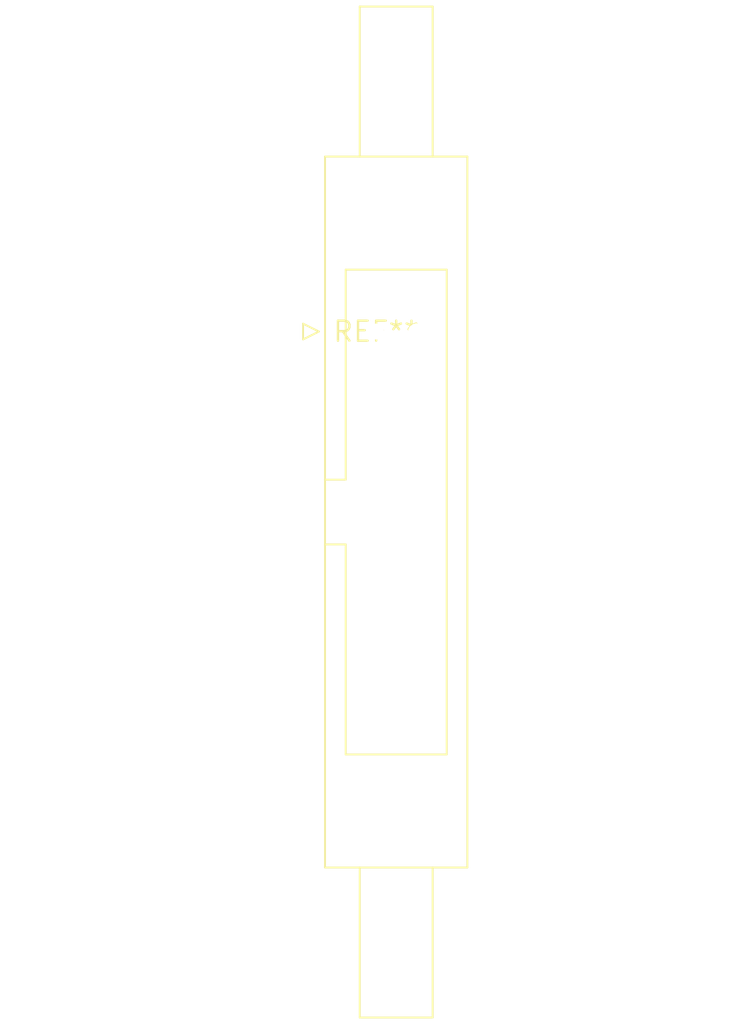
<source format=kicad_pcb>
(kicad_pcb (version 20240108) (generator pcbnew)
  (layers (0 "F.Cu" signal) (31 "B.Cu" signal) (34 "B.Paste" user) (35 "F.Paste" user) (36 "B.SilkS" user "B.Silkscreen") (37 "F.SilkS" user "F.Silkscreen") (38 "B.Mask" user) (39 "F.Mask" user) (44 "Edge.Cuts" user))
  (net 0 "")
  (footprint "IDC-Header_2x10_P2.54mm_Latch9.5mm_Vertical" (layer "F.Cu") (at 0 0)
    (property "Reference" "REF**")
    (property "Value" "IDC-Header_2x10_P2.54mm_Latch9.5mm_Vertical")
    (fp_line (start -4.63 -0.5) (end -4.63 0.5) (layer "F.SilkS") (stroke (width 0.12)))
    (fp_line (start -4.63 0.5) (end -3.63 0) (layer "F.SilkS") (stroke (width 0.12)))
    (fp_line (start -3.63 0) (end -4.63 -0.5) (layer "F.SilkS") (stroke (width 0.12)))
    (fp_line (start -3.24 -11.08) (end 5.78 -11.08) (layer "F.SilkS") (stroke (width 0.12)))
    (fp_line (start -3.24 9.38) (end -1.93 9.38) (layer "F.SilkS") (stroke (width 0.12)))
    (fp_line (start -3.24 33.94) (end -3.24 -11.08) (layer "F.SilkS") (stroke (width 0.12)))
    (fp_line (start -1.93 -3.92) (end 4.47 -3.92) (layer "F.SilkS") (stroke (width 0.12)))
    (fp_line (start -1.93 9.38) (end -1.93 -3.92) (layer "F.SilkS") (stroke (width 0.12)))
    (fp_line (start -1.93 13.48) (end -3.24 13.48) (layer "F.SilkS") (stroke (width 0.12)))
    (fp_line (start -1.93 13.48) (end -1.93 13.48) (layer "F.SilkS") (stroke (width 0.12)))
    (fp_line (start -1.93 26.78) (end -1.93 13.48) (layer "F.SilkS") (stroke (width 0.12)))
    (fp_line (start -1.04 -20.58) (end 3.58 -20.58) (layer "F.SilkS") (stroke (width 0.12)))
    (fp_line (start -1.04 -11.08) (end -1.04 -20.58) (layer "F.SilkS") (stroke (width 0.12)))
    (fp_line (start -1.04 33.94) (end -1.04 43.44) (layer "F.SilkS") (stroke (width 0.12)))
    (fp_line (start -1.04 43.44) (end 3.58 43.44) (layer "F.SilkS") (stroke (width 0.12)))
    (fp_line (start 3.58 -20.58) (end 3.58 -11.08) (layer "F.SilkS") (stroke (width 0.12)))
    (fp_line (start 3.58 43.44) (end 3.58 33.94) (layer "F.SilkS") (stroke (width 0.12)))
    (fp_line (start 4.47 -3.92) (end 4.47 26.78) (layer "F.SilkS") (stroke (width 0.12)))
    (fp_line (start 4.47 26.78) (end -1.93 26.78) (layer "F.SilkS") (stroke (width 0.12)))
    (fp_line (start 5.78 -11.08) (end 5.78 33.94) (layer "F.SilkS") (stroke (width 0.12)))
    (fp_line (start 5.78 33.94) (end -3.24 33.94) (layer "F.SilkS") (stroke (width 0.12)))
    (pad "1" thru_hole roundrect (at 0 0) (size 1.7 1.7) (drill 1) (layers *.Cu *.Mask) (remove_unused_layers) (roundrect_rratio 0.147059))
    (pad "2" thru_hole circle (at 2.54 0) (size 1.7 1.7) (drill 1) (layers *.Cu *.Mask) (remove_unused_layers))
    (pad "3" thru_hole circle (at 0 2.54) (size 1.7 1.7) (drill 1) (layers *.Cu *.Mask) (remove_unused_layers))
    (pad "4" thru_hole circle (at 2.54 2.54) (size 1.7 1.7) (drill 1) (layers *.Cu *.Mask) (remove_unused_layers))
    (pad "5" thru_hole circle (at 0 5.08) (size 1.7 1.7) (drill 1) (layers *.Cu *.Mask) (remove_unused_layers))
    (pad "6" thru_hole circle (at 2.54 5.08) (size 1.7 1.7) (drill 1) (layers *.Cu *.Mask) (remove_unused_layers))
    (pad "7" thru_hole circle (at 0 7.62) (size 1.7 1.7) (drill 1) (layers *.Cu *.Mask) (remove_unused_layers))
    (pad "8" thru_hole circle (at 2.54 7.62) (size 1.7 1.7) (drill 1) (layers *.Cu *.Mask) (remove_unused_layers))
    (pad "9" thru_hole circle (at 0 10.16) (size 1.7 1.7) (drill 1) (layers *.Cu *.Mask) (remove_unused_layers))
    (pad "10" thru_hole circle (at 2.54 10.16) (size 1.7 1.7) (drill 1) (layers *.Cu *.Mask) (remove_unused_layers))
    (pad "11" thru_hole circle (at 0 12.7) (size 1.7 1.7) (drill 1) (layers *.Cu *.Mask) (remove_unused_layers))
    (pad "12" thru_hole circle (at 2.54 12.7) (size 1.7 1.7) (drill 1) (layers *.Cu *.Mask) (remove_unused_layers))
    (pad "13" thru_hole circle (at 0 15.24) (size 1.7 1.7) (drill 1) (layers *.Cu *.Mask) (remove_unused_layers))
    (pad "14" thru_hole circle (at 2.54 15.24) (size 1.7 1.7) (drill 1) (layers *.Cu *.Mask) (remove_unused_layers))
    (pad "15" thru_hole circle (at 0 17.78) (size 1.7 1.7) (drill 1) (layers *.Cu *.Mask) (remove_unused_layers))
    (pad "16" thru_hole circle (at 2.54 17.78) (size 1.7 1.7) (drill 1) (layers *.Cu *.Mask) (remove_unused_layers))
    (pad "17" thru_hole circle (at 0 20.32) (size 1.7 1.7) (drill 1) (layers *.Cu *.Mask) (remove_unused_layers))
    (pad "18" thru_hole circle (at 2.54 20.32) (size 1.7 1.7) (drill 1) (layers *.Cu *.Mask) (remove_unused_layers))
    (pad "19" thru_hole circle (at 0 22.86) (size 1.7 1.7) (drill 1) (layers *.Cu *.Mask) (remove_unused_layers))
    (pad "20" thru_hole circle (at 2.54 22.86) (size 1.7 1.7) (drill 1) (layers *.Cu *.Mask) (remove_unused_layers))
  )
)
</source>
